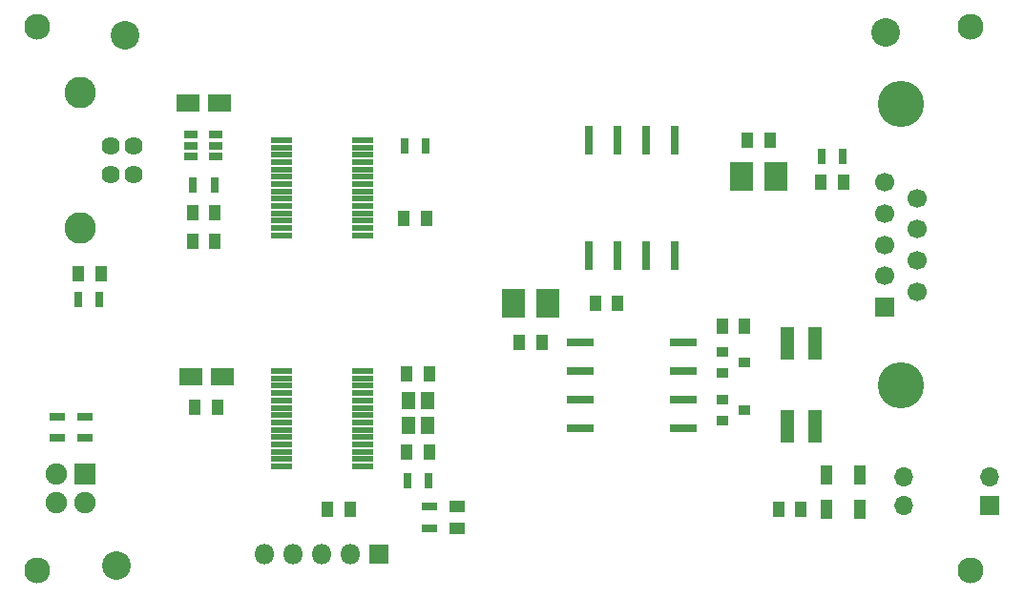
<source format=gbr>
G04 #@! TF.FileFunction,Soldermask,Top*
%FSLAX46Y46*%
G04 Gerber Fmt 4.6, Leading zero omitted, Abs format (unit mm)*
G04 Created by KiCad (PCBNEW 4.0.7) date Fri Feb 16 20:15:51 2018*
%MOMM*%
%LPD*%
G01*
G04 APERTURE LIST*
%ADD10C,0.100000*%
%ADD11C,2.540000*%
%ADD12C,1.620000*%
%ADD13C,2.800000*%
%ADD14R,1.850000X0.550000*%
%ADD15R,1.800000X1.800000*%
%ADD16O,1.800000X1.800000*%
%ADD17R,1.100000X1.350000*%
%ADD18R,2.450000X0.750000*%
%ADD19R,0.800000X2.640000*%
%ADD20R,1.300000X2.950000*%
%ADD21C,1.900000*%
%ADD22R,1.900000X1.900000*%
%ADD23C,2.300000*%
%ADD24R,1.000000X1.800000*%
%ADD25R,1.700000X1.700000*%
%ADD26O,1.700000X1.700000*%
%ADD27C,1.700000*%
%ADD28C,4.100000*%
%ADD29R,1.300000X1.500000*%
%ADD30R,0.800000X1.400000*%
%ADD31R,1.400000X0.800000*%
%ADD32R,2.050000X2.600000*%
%ADD33R,2.050000X1.600000*%
%ADD34R,1.350000X1.100000*%
%ADD35R,1.000000X0.900000*%
%ADD36R,1.160000X0.750000*%
G04 APERTURE END LIST*
D10*
D11*
X10500000Y4000000D03*
D12*
X12000000Y41200000D03*
X12000000Y38700000D03*
X10000000Y38700000D03*
X10000000Y41200000D03*
D13*
X7290000Y45950000D03*
X7290000Y33950000D03*
D14*
X32350000Y12775000D03*
X32350000Y13425000D03*
X32350000Y14075000D03*
X32350000Y14725000D03*
X32350000Y15375000D03*
X32350000Y16025000D03*
X32350000Y16675000D03*
X32350000Y17325000D03*
X32350000Y17975000D03*
X32350000Y18625000D03*
X32350000Y19275000D03*
X32350000Y19925000D03*
X32350000Y20575000D03*
X32350000Y21225000D03*
X25150000Y21225000D03*
X25150000Y20575000D03*
X25150000Y19925000D03*
X25150000Y19275000D03*
X25150000Y18625000D03*
X25150000Y17975000D03*
X25150000Y17325000D03*
X25150000Y16675000D03*
X25150000Y16025000D03*
X25150000Y15375000D03*
X25150000Y14725000D03*
X25150000Y14075000D03*
X25150000Y13425000D03*
X25150000Y12775000D03*
D15*
X33830000Y5000000D03*
D16*
X31290000Y5000000D03*
X28750000Y5000000D03*
X26210000Y5000000D03*
X23670000Y5000000D03*
D17*
X31250000Y9000000D03*
X29250000Y9000000D03*
D18*
X51700000Y23810000D03*
X60800000Y16190000D03*
X51700000Y21270000D03*
X60800000Y18730000D03*
X51700000Y18730000D03*
X60800000Y21270000D03*
X51700000Y16190000D03*
X60800000Y23810000D03*
D19*
X52460000Y31500000D03*
X55000000Y31500000D03*
X57540000Y31500000D03*
X60080000Y31500000D03*
X60080000Y41700000D03*
X57540000Y41700000D03*
X55000000Y41700000D03*
X52460000Y41700000D03*
D20*
X70000000Y16325000D03*
X72500000Y23675000D03*
X72500000Y16325000D03*
X70000000Y23675000D03*
D21*
X5160000Y9510000D03*
X5160000Y12050000D03*
D22*
X7700000Y12050000D03*
D21*
X7700000Y9510000D03*
D23*
X86300000Y3500000D03*
X86300000Y51800000D03*
X3500000Y3500000D03*
X3500000Y51800000D03*
D24*
X76450000Y9000000D03*
X73550000Y9000000D03*
X76450000Y12000000D03*
X73550000Y12000000D03*
D25*
X88000000Y9300000D03*
D26*
X80380000Y11840000D03*
X88000000Y11840000D03*
X80380000Y9300000D03*
D25*
X78700000Y26900000D03*
D27*
X78700000Y29670000D03*
X78700000Y32440000D03*
X78700000Y35210000D03*
X78700000Y37980000D03*
X81540000Y28285000D03*
X81540000Y31055000D03*
X81540000Y33825000D03*
X81540000Y36595000D03*
D28*
X80120000Y19940000D03*
X80120000Y44940000D03*
D29*
X36400000Y18600000D03*
X36400000Y16400000D03*
X38100000Y16400000D03*
X38100000Y18600000D03*
D14*
X32350000Y33275000D03*
X32350000Y33925000D03*
X32350000Y34575000D03*
X32350000Y35225000D03*
X32350000Y35875000D03*
X32350000Y36525000D03*
X32350000Y37175000D03*
X32350000Y37825000D03*
X32350000Y38475000D03*
X32350000Y39125000D03*
X32350000Y39775000D03*
X32350000Y40425000D03*
X32350000Y41075000D03*
X32350000Y41725000D03*
X25150000Y41725000D03*
X25150000Y41075000D03*
X25150000Y40425000D03*
X25150000Y39775000D03*
X25150000Y39125000D03*
X25150000Y38475000D03*
X25150000Y37825000D03*
X25150000Y37175000D03*
X25150000Y36525000D03*
X25150000Y35875000D03*
X25150000Y35225000D03*
X25150000Y34575000D03*
X25150000Y33925000D03*
X25150000Y33275000D03*
D30*
X73050000Y40250000D03*
X74950000Y40250000D03*
D31*
X5250000Y17200000D03*
X5250000Y15300000D03*
X7750000Y17200000D03*
X7750000Y15300000D03*
D30*
X36050000Y41250000D03*
X37950000Y41250000D03*
X38200000Y11500000D03*
X36300000Y11500000D03*
D31*
X38250000Y7300000D03*
X38250000Y9200000D03*
D30*
X19200000Y37750000D03*
X17300000Y37750000D03*
X9000000Y27600000D03*
X7100000Y27600000D03*
D32*
X65975000Y38500000D03*
X69025000Y38500000D03*
X48775000Y27250000D03*
X45725000Y27250000D03*
D33*
X19625000Y45000000D03*
X16875000Y45000000D03*
D17*
X36000000Y34750000D03*
X38000000Y34750000D03*
X38250000Y14000000D03*
X36250000Y14000000D03*
X19250000Y32750000D03*
X17250000Y32750000D03*
X36250000Y21000000D03*
X38250000Y21000000D03*
D34*
X40750000Y9250000D03*
X40750000Y7250000D03*
D33*
X19875000Y20750000D03*
X17125000Y20750000D03*
D17*
X17250000Y35250000D03*
X19250000Y35250000D03*
X19500000Y18000000D03*
X17500000Y18000000D03*
X7150000Y29900000D03*
X9150000Y29900000D03*
X55000000Y27250000D03*
X53000000Y27250000D03*
X48250000Y23750000D03*
X46250000Y23750000D03*
X64250000Y25250000D03*
X66250000Y25250000D03*
X66500000Y41750000D03*
X68500000Y41750000D03*
X71250000Y9000000D03*
X69250000Y9000000D03*
X75000000Y38000000D03*
X73000000Y38000000D03*
D35*
X64250000Y22950000D03*
X64250000Y21050000D03*
X66250000Y22000000D03*
X64250000Y18700000D03*
X64250000Y16800000D03*
X66250000Y17750000D03*
D36*
X17150000Y42200000D03*
X17150000Y41250000D03*
X17150000Y40300000D03*
X19350000Y40300000D03*
X19350000Y42200000D03*
X19350000Y41250000D03*
D11*
X11250000Y51000000D03*
X78750000Y51250000D03*
M02*

</source>
